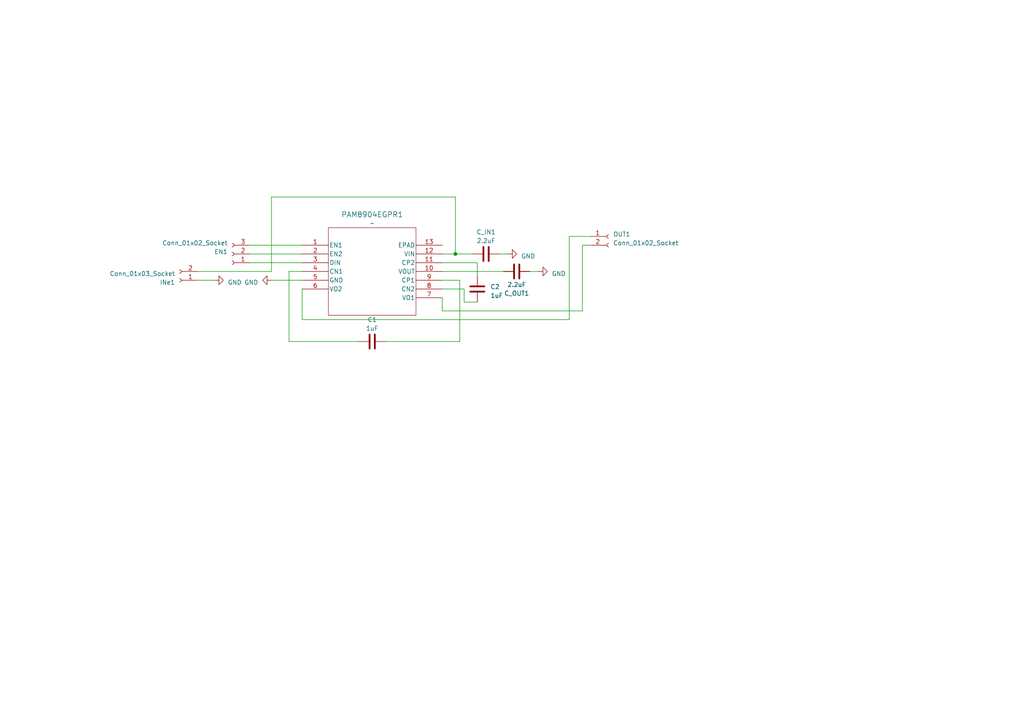
<source format=kicad_sch>
(kicad_sch (version 20230121) (generator eeschema)
  (paper "A4")
  (lib_symbols
    (symbol "Connector:Conn_01x02_Socket" (pin_names (offset 1.016) hide)
      (property "Reference" "J" (at 0 2.54 0))
      (property "Value" "Conn_01x02_Socket" (at 0 -5.08 0))
      (symbol "Conn_01x02_Socket_1_1"
        (arc (start 0 -2.032) (mid -0.5058 -2.54) (end 0 -3.048) (stroke (width 0.1524)))
        (polyline (pts (xy -1.27 -2.54) (xy -0.508 -2.54)) (stroke (width 0.1524)))
        (polyline (pts (xy -1.27 0) (xy -0.508 0)) (stroke (width 0.1524)))
        (arc (start 0 0.508) (mid -0.5058 0) (end 0 -0.508) (stroke (width 0.1524)))
        (pin passive line (at -5.08 0 0) (length 3.81) (name "Pin_1") (number "1"))
        (pin passive line (at -5.08 -2.54 0) (length 3.81) (name "Pin_2") (number "2"))
      )
    )
    (symbol "Connector:Conn_01x03_Socket" (pin_names (offset 1.016) hide)
      (property "Reference" "J" (at 0 5.08 0))
      (property "Value" "Conn_01x03_Socket" (at 0 -5.08 0))
      (symbol "Conn_01x03_Socket_1_1"
        (arc (start 0 -2.032) (mid -0.5058 -2.54) (end 0 -3.048) (stroke (width 0.1524)))
        (polyline (pts (xy -1.27 -2.54) (xy -0.508 -2.54)) (stroke (width 0.1524)))
        (polyline (pts (xy -1.27 0) (xy -0.508 0)) (stroke (width 0.1524)))
        (polyline (pts (xy -1.27 2.54) (xy -0.508 2.54)) (stroke (width 0.1524)))
        (arc (start 0 0.508) (mid -0.5058 0) (end 0 -0.508) (stroke (width 0.1524)))
        (arc (start 0 3.048) (mid -0.5058 2.54) (end 0 2.032) (stroke (width 0.1524)))
        (pin passive line (at -5.08 2.54 0) (length 3.81) (name "Pin_1") (number "1"))
        (pin passive line (at -5.08 0 0) (length 3.81) (name "Pin_2") (number "2"))
        (pin passive line (at -5.08 -2.54 0) (length 3.81) (name "Pin_3") (number "3"))
      )
    )
    (symbol "Device:C" (pin_numbers hide) (pin_names (offset 0.254))
      (property "Reference" "C" (at 0.635 2.54 0))
      (property "Value" "C" (at 0.635 -2.54 0))
      (symbol "C_0_1"
        (polyline (pts (xy -2.032 -0.762) (xy 2.032 -0.762)) (stroke (width 0.508)))
        (polyline (pts (xy -2.032 0.762) (xy 2.032 0.762)) (stroke (width 0.508)))
      )
      (symbol "C_1_1"
        (pin passive line (at 0 3.81 270) (length 2.794) (name "~") (number "1"))
        (pin passive line (at 0 -3.81 90) (length 2.794) (name "~") (number "2"))
      )
    )
    (symbol "PAM8904:PAM8904EGPR" (pin_names (offset 0.254))
      (property "Reference" "U" (at 20.32 10.16 0))
      (property "Value" "PAM8904EGPR" (at 20.32 7.62 0))
      (symbol "PAM8904EGPR_0_1"
        (polyline (pts (xy 7.62 -20.32) (xy 33.02 -20.32)) (stroke (width 0.127)))
        (polyline (pts (xy 7.62 5.08) (xy 7.62 -20.32)) (stroke (width 0.127)))
        (polyline (pts (xy 33.02 -20.32) (xy 33.02 5.08)) (stroke (width 0.127)))
        (polyline (pts (xy 33.02 5.08) (xy 7.62 5.08)) (stroke (width 0.127)))
        (pin bidirectional line (at 0 0 0) (length 7.62) (name "EN1") (number "1"))
        (pin output line (at 40.64 -7.62 180) (length 7.62) (name "VOUT") (number "10"))
        (pin bidirectional line (at 40.64 -5.08 180) (length 7.62) (name "CP2") (number "11"))
        (pin unspecified line (at 40.64 -2.54 180) (length 7.62) (name "VIN") (number "12"))
        (pin unspecified line (at 40.64 0 180) (length 7.62) (name "EPAD") (number "13"))
        (pin bidirectional line (at 0 -2.54 0) (length 7.62) (name "EN2") (number "2"))
        (pin unspecified line (at 0 -5.08 0) (length 7.62) (name "DIN") (number "3"))
        (pin bidirectional line (at 0 -7.62 0) (length 7.62) (name "CN1") (number "4"))
        (pin power_out line (at 0 -10.16 0) (length 7.62) (name "GND") (number "5"))
        (pin bidirectional line (at 0 -12.7 0) (length 7.62) (name "VO2") (number "6"))
        (pin bidirectional line (at 40.64 -15.24 180) (length 7.62) (name "VO1") (number "7"))
        (pin bidirectional line (at 40.64 -12.7 180) (length 7.62) (name "CN2") (number "8"))
        (pin bidirectional line (at 40.64 -10.16 180) (length 7.62) (name "CP1") (number "9"))
      )
    )
    (symbol "power:GND" (power) (pin_names (offset 0))
      (property "Value" "GND" (at 0 -3.81 0))
      (symbol "GND_0_1"
        (polyline (pts (xy 0 0) (xy 0 -1.27) (xy 1.27 -1.27) (xy 0 -2.54) (xy -1.27 -1.27) (xy 0 -1.27)))
      )
      (symbol "GND_1_1"
        (pin power_in line (at 0 0 270) (length 0) hide (name "GND") (number "1"))
      )
    )
  )
  (junction (at 132.08 73.66))
  (wire (pts (xy 128.27 90.17) (xy 168.91 90.17)))
  (wire (pts (xy 133.35 99.06) (xy 111.76 99.06)))
  (wire (pts (xy 128.27 78.74) (xy 146.05 78.74)))
  (wire (pts (xy 132.08 57.15) (xy 132.08 73.66)))
  (wire (pts (xy 72.39 73.66) (xy 87.63 73.66)))
  (wire (pts (xy 78.74 81.28) (xy 87.63 81.28)))
  (wire (pts (xy 83.82 99.06) (xy 83.82 78.74)))
  (wire (pts (xy 57.15 78.74) (xy 78.74 78.74)))
  (wire (pts (xy 168.91 71.12) (xy 171.45 71.12)))
  (wire (pts (xy 128.27 76.2) (xy 138.43 76.2)))
  (wire (pts (xy 134.62 87.63) (xy 134.62 83.82)))
  (wire (pts (xy 168.91 90.17) (xy 168.91 71.12)))
  (wire (pts (xy 83.82 78.74) (xy 87.63 78.74)))
  (wire (pts (xy 138.43 76.2) (xy 138.43 80.01)))
  (wire (pts (xy 134.62 83.82) (xy 128.27 83.82)))
  (wire (pts (xy 144.78 73.66) (xy 147.32 73.66)))
  (wire (pts (xy 153.67 78.74) (xy 156.21 78.74)))
  (wire (pts (xy 87.63 83.82) (xy 87.63 92.71)))
  (wire (pts (xy 78.74 78.74) (xy 78.74 57.15)))
  (wire (pts (xy 128.27 73.66) (xy 132.08 73.66)))
  (wire (pts (xy 72.39 71.12) (xy 87.63 71.12)))
  (wire (pts (xy 72.39 76.2) (xy 87.63 76.2)))
  (wire (pts (xy 128.27 81.28) (xy 133.35 81.28)))
  (wire (pts (xy 138.43 87.63) (xy 134.62 87.63)))
  (wire (pts (xy 133.35 81.28) (xy 133.35 99.06)))
  (wire (pts (xy 132.08 73.66) (xy 137.16 73.66)))
  (wire (pts (xy 128.27 86.36) (xy 128.27 90.17)))
  (wire (pts (xy 165.1 68.58) (xy 171.45 68.58)))
  (wire (pts (xy 87.63 92.71) (xy 165.1 92.71)))
  (wire (pts (xy 104.14 99.06) (xy 83.82 99.06)))
  (wire (pts (xy 78.74 57.15) (xy 132.08 57.15)))
  (wire (pts (xy 165.1 92.71) (xy 165.1 68.58)))
  (wire (pts (xy 57.15 81.28) (xy 62.23 81.28)))
  (symbol (lib_id "PAM8904:PAM8904EGPR") (at 87.63 71.12 0) (unit 1)
    (property "Reference" "PAM8904EGPR1" (at 107.95 62.23 0) (effects (font (size 1.524 1.524))))
    (property "Value" "~" (at 107.95 64.77 0) (effects (font (size 1.524 1.524))))
    (property "Footprint" "TESIS:QFN-12_PAM8904EGPR_DIO" (effects hide))
    (property "Datasheet" "PAM8904EGPR" (effects hide))
  )
  (symbol (lib_id "power:GND") (at 78.74 81.28 270) (unit 1)
    (property "Reference" "#PWR01" (effects hide))
    (property "Value" "GND" (at 74.93 81.915 90) (effects (justify right)))
  )
  (symbol (lib_id "Device:C") (at 140.97 73.66 90) (unit 1)
    (property "Reference" "C_IN1" (at 140.97 67.31 90))
    (property "Value" "2.2uF" (at 140.97 69.85 90))
    (property "Footprint" "Capacitor_SMD:C_0603_1608Metric" (effects hide))
  )
  (symbol (lib_id "Device:C") (at 149.86 78.74 90) (unit 1)
    (property "Reference" "C_OUT1" (at 149.86 85.09 90))
    (property "Value" "2.2uF" (at 149.86 82.55 90))
    (property "Footprint" "Capacitor_SMD:C_0603_1608Metric" (effects hide))
  )
  (symbol (lib_id "power:GND") (at 147.32 73.66 90) (unit 1)
    (property "Reference" "#PWR03" (effects hide))
    (property "Value" "GND" (at 151.13 74.295 90) (effects (justify right)))
  )
  (symbol (lib_id "Connector:Conn_01x03_Socket") (at 67.31 73.66 180) (unit 1)
    (property "Reference" "EN1" (at 66.04 73.025 0) (effects (justify left)))
    (property "Value" "Conn_01x02_Socket" (at 66.04 70.485 0) (effects (justify left)))
    (property "Footprint" "Connector_PinSocket_2.54mm:PinSocket_1x03_P2.54mm_Vertical" (effects hide))
  )
  (symbol (lib_id "Connector:Conn_01x02_Socket") (at 176.53 68.58 0) (unit 1)
    (property "Reference" "OUT1" (at 177.8 67.945 0) (effects (justify left)))
    (property "Value" "Conn_01x02_Socket" (at 177.8 70.485 0) (effects (justify left)))
    (property "Footprint" "Connector_PinSocket_2.54mm:PinSocket_1x02_P2.54mm_Vertical" (effects hide))
  )
  (symbol (lib_id "power:GND") (at 156.21 78.74 90) (unit 1)
    (property "Reference" "#PWR04" (effects hide))
    (property "Value" "GND" (at 160.02 79.375 90) (effects (justify right)))
  )
  (symbol (lib_id "Device:C") (at 138.43 83.82 180) (unit 1)
    (property "Reference" "C2" (at 142.24 83.185 0) (effects (justify right)))
    (property "Value" "1uF" (at 142.24 85.725 0) (effects (justify right)))
    (property "Footprint" "Capacitor_SMD:C_0603_1608Metric" (effects hide))
  )
  (symbol (lib_id "Device:C") (at 107.95 99.06 90) (unit 1)
    (property "Reference" "C1" (at 107.95 92.71 90))
    (property "Value" "1uF" (at 107.95 95.25 90))
    (property "Footprint" "Capacitor_SMD:C_0603_1608Metric" (effects hide))
  )
  (symbol (lib_id "power:GND") (at 62.23 81.28 90) (unit 1)
    (property "Reference" "#PWR02" (effects hide))
    (property "Value" "GND" (at 66.04 81.915 90) (effects (justify right)))
  )
  (symbol (lib_id "Connector:Conn_01x02_Socket") (at 52.07 81.28 180) (unit 1)
    (property "Reference" "INe1" (at 50.8 81.915 0) (effects (justify left)))
    (property "Value" "Conn_01x03_Socket" (at 50.8 79.375 0) (effects (justify left)))
    (property "Footprint" "Connector_PinSocket_2.54mm:PinSocket_1x02_P2.54mm_Vertical" (effects hide))
  )
)
</source>
